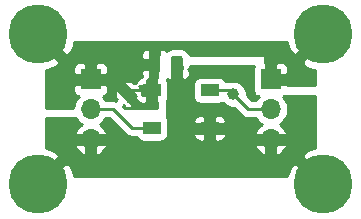
<source format=gbr>
G04 #@! TF.GenerationSoftware,KiCad,Pcbnew,(5.1.7-0-10_14)*
G04 #@! TF.CreationDate,2020-10-07T21:58:26-07:00*
G04 #@! TF.ProjectId,RGB5050_mount,52474235-3035-4305-9f6d-6f756e742e6b,1*
G04 #@! TF.SameCoordinates,Original*
G04 #@! TF.FileFunction,Copper,L1,Top*
G04 #@! TF.FilePolarity,Positive*
%FSLAX46Y46*%
G04 Gerber Fmt 4.6, Leading zero omitted, Abs format (unit mm)*
G04 Created by KiCad (PCBNEW (5.1.7-0-10_14)) date 2020-10-07 21:58:26*
%MOMM*%
%LPD*%
G01*
G04 APERTURE LIST*
G04 #@! TA.AperFunction,SMDPad,CuDef*
%ADD10R,1.500000X1.000000*%
G04 #@! TD*
G04 #@! TA.AperFunction,ComponentPad*
%ADD11C,5.000000*%
G04 #@! TD*
G04 #@! TA.AperFunction,ComponentPad*
%ADD12C,1.000000*%
G04 #@! TD*
G04 #@! TA.AperFunction,ComponentPad*
%ADD13R,1.700000X1.700000*%
G04 #@! TD*
G04 #@! TA.AperFunction,ComponentPad*
%ADD14O,1.700000X1.700000*%
G04 #@! TD*
G04 #@! TA.AperFunction,Conductor*
%ADD15C,0.250000*%
G04 #@! TD*
G04 #@! TA.AperFunction,Conductor*
%ADD16C,0.254000*%
G04 #@! TD*
G04 #@! TA.AperFunction,Conductor*
%ADD17C,0.100000*%
G04 #@! TD*
G04 APERTURE END LIST*
D10*
X147410000Y-80315000D03*
X147410000Y-83515000D03*
X152310000Y-80315000D03*
X152310000Y-83515000D03*
G04 #@! TA.AperFunction,SMDPad,CuDef*
G36*
G01*
X147140000Y-78580000D02*
X147140000Y-77630000D01*
G75*
G02*
X147390000Y-77380000I250000J0D01*
G01*
X147890000Y-77380000D01*
G75*
G02*
X148140000Y-77630000I0J-250000D01*
G01*
X148140000Y-78580000D01*
G75*
G02*
X147890000Y-78830000I-250000J0D01*
G01*
X147390000Y-78830000D01*
G75*
G02*
X147140000Y-78580000I0J250000D01*
G01*
G37*
G04 #@! TD.AperFunction*
G04 #@! TA.AperFunction,SMDPad,CuDef*
G36*
G01*
X149040000Y-78580000D02*
X149040000Y-77630000D01*
G75*
G02*
X149290000Y-77380000I250000J0D01*
G01*
X149790000Y-77380000D01*
G75*
G02*
X150040000Y-77630000I0J-250000D01*
G01*
X150040000Y-78580000D01*
G75*
G02*
X149790000Y-78830000I-250000J0D01*
G01*
X149290000Y-78830000D01*
G75*
G02*
X149040000Y-78580000I0J250000D01*
G01*
G37*
G04 #@! TD.AperFunction*
D11*
X137795000Y-88265000D03*
X137795000Y-75565000D03*
X161925000Y-75565000D03*
X161925000Y-88265000D03*
D12*
X145415000Y-80645000D03*
X154305000Y-80645000D03*
D13*
X157480000Y-79375000D03*
D14*
X157480000Y-81915000D03*
X157480000Y-84455000D03*
X142240000Y-84455000D03*
X142240000Y-81915000D03*
D13*
X142240000Y-79375000D03*
D15*
X145745000Y-80315000D02*
X145415000Y-80645000D01*
X147410000Y-80315000D02*
X145745000Y-80315000D01*
X147640000Y-80085000D02*
X147410000Y-80315000D01*
X147640000Y-78105000D02*
X147640000Y-80085000D01*
X153975000Y-80315000D02*
X154305000Y-80645000D01*
X152310000Y-80315000D02*
X153975000Y-80315000D01*
X154305000Y-80645000D02*
X155575000Y-81915000D01*
X155575000Y-81915000D02*
X157480000Y-81915000D01*
X147410000Y-83515000D02*
X145745000Y-83515000D01*
X144145000Y-81915000D02*
X142240000Y-81915000D01*
X145745000Y-83515000D02*
X144145000Y-81915000D01*
D16*
X149941000Y-78486000D02*
X149913000Y-78486000D01*
X149913000Y-79306250D01*
X150071750Y-79465000D01*
X150173996Y-79453844D01*
X150293127Y-79415715D01*
X150402531Y-79355078D01*
X150498003Y-79274263D01*
X150575874Y-79176375D01*
X150633151Y-79065175D01*
X150667634Y-78944939D01*
X150677998Y-78820285D01*
X150675000Y-78644750D01*
X150516252Y-78486002D01*
X150675000Y-78486002D01*
X150675000Y-78232000D01*
X156066593Y-78232000D01*
X156040498Y-78280820D01*
X156004188Y-78400518D01*
X155991928Y-78525000D01*
X155991928Y-80225000D01*
X156004188Y-80349482D01*
X156040498Y-80469180D01*
X156083000Y-80548694D01*
X156083000Y-80645000D01*
X156085440Y-80669776D01*
X156092667Y-80693601D01*
X156104403Y-80715557D01*
X156120197Y-80734803D01*
X156139443Y-80750597D01*
X156161399Y-80762333D01*
X156185224Y-80769560D01*
X156210000Y-80772000D01*
X156306306Y-80772000D01*
X156385820Y-80814502D01*
X156458380Y-80836513D01*
X156326525Y-80968368D01*
X156201822Y-81155000D01*
X155889802Y-81155000D01*
X155440000Y-80705199D01*
X155440000Y-80533212D01*
X155396383Y-80313933D01*
X155310824Y-80107376D01*
X155186612Y-79921480D01*
X155028520Y-79763388D01*
X154842624Y-79639176D01*
X154636067Y-79553617D01*
X154416788Y-79510000D01*
X154193212Y-79510000D01*
X153981996Y-79552013D01*
X153975000Y-79551324D01*
X153937678Y-79555000D01*
X153641046Y-79555000D01*
X153590537Y-79460506D01*
X153511185Y-79363815D01*
X153414494Y-79284463D01*
X153304180Y-79225498D01*
X153184482Y-79189188D01*
X153060000Y-79176928D01*
X151560000Y-79176928D01*
X151435518Y-79189188D01*
X151315820Y-79225498D01*
X151205506Y-79284463D01*
X151108815Y-79363815D01*
X151029463Y-79460506D01*
X150970498Y-79570820D01*
X150934188Y-79690518D01*
X150921928Y-79815000D01*
X150921928Y-80815000D01*
X150934188Y-80939482D01*
X150970498Y-81059180D01*
X151029463Y-81169494D01*
X151108815Y-81266185D01*
X151205506Y-81345537D01*
X151315820Y-81404502D01*
X151435518Y-81440812D01*
X151560000Y-81453072D01*
X153060000Y-81453072D01*
X153184482Y-81440812D01*
X153304180Y-81404502D01*
X153409732Y-81348082D01*
X153423388Y-81368520D01*
X153581480Y-81526612D01*
X153767376Y-81650824D01*
X153973933Y-81736383D01*
X154193212Y-81780000D01*
X154365199Y-81780000D01*
X155011200Y-82426002D01*
X155034999Y-82455001D01*
X155150724Y-82549974D01*
X155282753Y-82620546D01*
X155426014Y-82664003D01*
X155537667Y-82675000D01*
X155537676Y-82675000D01*
X155574999Y-82678676D01*
X155612322Y-82675000D01*
X156201822Y-82675000D01*
X156326525Y-82861632D01*
X156533368Y-83068475D01*
X156714978Y-83189823D01*
X156625765Y-83240279D01*
X156405199Y-83430273D01*
X156225937Y-83659646D01*
X156121980Y-83854162D01*
X156209654Y-84074000D01*
X157099000Y-84074000D01*
X157099000Y-84054000D01*
X157861000Y-84054000D01*
X157861000Y-84074000D01*
X158750346Y-84074000D01*
X158838020Y-83854162D01*
X158734063Y-83659646D01*
X158554801Y-83430273D01*
X158334235Y-83240279D01*
X158245022Y-83189823D01*
X158426632Y-83068475D01*
X158633475Y-82861632D01*
X158795990Y-82618411D01*
X158907932Y-82348158D01*
X158965000Y-82061260D01*
X158965000Y-81768740D01*
X158907932Y-81481842D01*
X158795990Y-81211589D01*
X158633475Y-80968368D01*
X158501620Y-80836513D01*
X158574180Y-80814502D01*
X158653694Y-80772000D01*
X161265000Y-80772000D01*
X161265001Y-85198633D01*
X161059513Y-85236057D01*
X160485225Y-85463106D01*
X160395206Y-85511222D01*
X160096382Y-85897566D01*
X161265001Y-87066186D01*
X161265001Y-87605000D01*
X160726185Y-87605000D01*
X159557566Y-86436382D01*
X159171222Y-86735206D01*
X158925687Y-87301835D01*
X158860261Y-87605000D01*
X140861367Y-87605000D01*
X140823943Y-87399513D01*
X140596894Y-86825225D01*
X140548778Y-86735206D01*
X140162434Y-86436382D01*
X138993815Y-87605000D01*
X138455000Y-87605000D01*
X138455000Y-87066185D01*
X139623618Y-85897566D01*
X139324794Y-85511222D01*
X138758165Y-85265687D01*
X138455000Y-85200261D01*
X138455000Y-85055838D01*
X140881980Y-85055838D01*
X140985937Y-85250354D01*
X141165199Y-85479727D01*
X141385765Y-85669721D01*
X141639159Y-85813034D01*
X141859000Y-85731557D01*
X141859000Y-84836000D01*
X142621000Y-84836000D01*
X142621000Y-85731557D01*
X142840841Y-85813034D01*
X143094235Y-85669721D01*
X143314801Y-85479727D01*
X143494063Y-85250354D01*
X143598020Y-85055838D01*
X156121980Y-85055838D01*
X156225937Y-85250354D01*
X156405199Y-85479727D01*
X156625765Y-85669721D01*
X156879159Y-85813034D01*
X157099000Y-85731557D01*
X157099000Y-84836000D01*
X157861000Y-84836000D01*
X157861000Y-85731557D01*
X158080841Y-85813034D01*
X158334235Y-85669721D01*
X158554801Y-85479727D01*
X158734063Y-85250354D01*
X158838020Y-85055838D01*
X158750346Y-84836000D01*
X157861000Y-84836000D01*
X157099000Y-84836000D01*
X156209654Y-84836000D01*
X156121980Y-85055838D01*
X143598020Y-85055838D01*
X143510346Y-84836000D01*
X142621000Y-84836000D01*
X141859000Y-84836000D01*
X140969654Y-84836000D01*
X140881980Y-85055838D01*
X138455000Y-85055838D01*
X138455000Y-82677000D01*
X140963158Y-82677000D01*
X141086525Y-82861632D01*
X141293368Y-83068475D01*
X141474978Y-83189823D01*
X141385765Y-83240279D01*
X141165199Y-83430273D01*
X140985937Y-83659646D01*
X140881980Y-83854162D01*
X140969654Y-84074000D01*
X141859000Y-84074000D01*
X141859000Y-84054000D01*
X142621000Y-84054000D01*
X142621000Y-84074000D01*
X143510346Y-84074000D01*
X143598020Y-83854162D01*
X143494063Y-83659646D01*
X143314801Y-83430273D01*
X143094235Y-83240279D01*
X143005022Y-83189823D01*
X143186632Y-83068475D01*
X143393475Y-82861632D01*
X143516842Y-82677000D01*
X143832199Y-82677000D01*
X145181201Y-84026003D01*
X145204999Y-84055001D01*
X145320724Y-84149974D01*
X145452753Y-84220546D01*
X145596014Y-84264003D01*
X145707667Y-84275000D01*
X145707675Y-84275000D01*
X145745000Y-84278676D01*
X145782325Y-84275000D01*
X146078954Y-84275000D01*
X146129463Y-84369494D01*
X146208815Y-84466185D01*
X146305506Y-84545537D01*
X146415820Y-84604502D01*
X146535518Y-84640812D01*
X146660000Y-84653072D01*
X148160000Y-84653072D01*
X148284482Y-84640812D01*
X148404180Y-84604502D01*
X148514494Y-84545537D01*
X148611185Y-84466185D01*
X148690537Y-84369494D01*
X148749502Y-84259180D01*
X148785812Y-84139482D01*
X148794945Y-84046750D01*
X150925000Y-84046750D01*
X150936109Y-84148773D01*
X150974194Y-84267918D01*
X151034792Y-84377343D01*
X151115574Y-84472844D01*
X151213434Y-84550750D01*
X151324613Y-84608067D01*
X151444838Y-84642593D01*
X151569488Y-84653001D01*
X151770250Y-84650000D01*
X151929000Y-84491250D01*
X151929000Y-83888000D01*
X152691000Y-83888000D01*
X152691000Y-84491250D01*
X152849750Y-84650000D01*
X153050512Y-84653001D01*
X153175162Y-84642593D01*
X153295387Y-84608067D01*
X153406566Y-84550750D01*
X153504426Y-84472844D01*
X153585208Y-84377343D01*
X153645806Y-84267918D01*
X153683891Y-84148773D01*
X153695000Y-84046750D01*
X153536250Y-83888000D01*
X152691000Y-83888000D01*
X151929000Y-83888000D01*
X151083750Y-83888000D01*
X150925000Y-84046750D01*
X148794945Y-84046750D01*
X148798072Y-84015000D01*
X148798072Y-83015000D01*
X148794946Y-82983250D01*
X150925000Y-82983250D01*
X151083750Y-83142000D01*
X151929000Y-83142000D01*
X151929000Y-82538750D01*
X152691000Y-82538750D01*
X152691000Y-83142000D01*
X153536250Y-83142000D01*
X153695000Y-82983250D01*
X153683891Y-82881227D01*
X153645806Y-82762082D01*
X153585208Y-82652657D01*
X153504426Y-82557156D01*
X153406566Y-82479250D01*
X153295387Y-82421933D01*
X153175162Y-82387407D01*
X153050512Y-82376999D01*
X152849750Y-82380000D01*
X152691000Y-82538750D01*
X151929000Y-82538750D01*
X151770250Y-82380000D01*
X151569488Y-82376999D01*
X151444838Y-82387407D01*
X151324613Y-82421933D01*
X151213434Y-82479250D01*
X151115574Y-82557156D01*
X151034792Y-82652657D01*
X150974194Y-82762082D01*
X150936109Y-82881227D01*
X150925000Y-82983250D01*
X148794946Y-82983250D01*
X148785812Y-82890518D01*
X148749502Y-82770820D01*
X148690537Y-82660506D01*
X148676064Y-82642871D01*
X148679803Y-82639803D01*
X148695597Y-82620557D01*
X148707333Y-82598601D01*
X148714560Y-82574776D01*
X148717000Y-82550000D01*
X148717000Y-81119986D01*
X148749502Y-81059180D01*
X148785812Y-80939482D01*
X148798072Y-80815000D01*
X148798072Y-79815000D01*
X148785812Y-79690518D01*
X148749502Y-79570820D01*
X148717000Y-79510014D01*
X148717000Y-79376988D01*
X148786873Y-79415715D01*
X148906004Y-79453844D01*
X149008250Y-79465000D01*
X149167000Y-79306250D01*
X149167000Y-78486000D01*
X149139000Y-78486000D01*
X149139000Y-78232000D01*
X149941000Y-78232000D01*
X149941000Y-78486000D01*
G04 #@! TA.AperFunction,Conductor*
D17*
G36*
X149941000Y-78486000D02*
G01*
X149913000Y-78486000D01*
X149913000Y-79306250D01*
X150071750Y-79465000D01*
X150173996Y-79453844D01*
X150293127Y-79415715D01*
X150402531Y-79355078D01*
X150498003Y-79274263D01*
X150575874Y-79176375D01*
X150633151Y-79065175D01*
X150667634Y-78944939D01*
X150677998Y-78820285D01*
X150675000Y-78644750D01*
X150516252Y-78486002D01*
X150675000Y-78486002D01*
X150675000Y-78232000D01*
X156066593Y-78232000D01*
X156040498Y-78280820D01*
X156004188Y-78400518D01*
X155991928Y-78525000D01*
X155991928Y-80225000D01*
X156004188Y-80349482D01*
X156040498Y-80469180D01*
X156083000Y-80548694D01*
X156083000Y-80645000D01*
X156085440Y-80669776D01*
X156092667Y-80693601D01*
X156104403Y-80715557D01*
X156120197Y-80734803D01*
X156139443Y-80750597D01*
X156161399Y-80762333D01*
X156185224Y-80769560D01*
X156210000Y-80772000D01*
X156306306Y-80772000D01*
X156385820Y-80814502D01*
X156458380Y-80836513D01*
X156326525Y-80968368D01*
X156201822Y-81155000D01*
X155889802Y-81155000D01*
X155440000Y-80705199D01*
X155440000Y-80533212D01*
X155396383Y-80313933D01*
X155310824Y-80107376D01*
X155186612Y-79921480D01*
X155028520Y-79763388D01*
X154842624Y-79639176D01*
X154636067Y-79553617D01*
X154416788Y-79510000D01*
X154193212Y-79510000D01*
X153981996Y-79552013D01*
X153975000Y-79551324D01*
X153937678Y-79555000D01*
X153641046Y-79555000D01*
X153590537Y-79460506D01*
X153511185Y-79363815D01*
X153414494Y-79284463D01*
X153304180Y-79225498D01*
X153184482Y-79189188D01*
X153060000Y-79176928D01*
X151560000Y-79176928D01*
X151435518Y-79189188D01*
X151315820Y-79225498D01*
X151205506Y-79284463D01*
X151108815Y-79363815D01*
X151029463Y-79460506D01*
X150970498Y-79570820D01*
X150934188Y-79690518D01*
X150921928Y-79815000D01*
X150921928Y-80815000D01*
X150934188Y-80939482D01*
X150970498Y-81059180D01*
X151029463Y-81169494D01*
X151108815Y-81266185D01*
X151205506Y-81345537D01*
X151315820Y-81404502D01*
X151435518Y-81440812D01*
X151560000Y-81453072D01*
X153060000Y-81453072D01*
X153184482Y-81440812D01*
X153304180Y-81404502D01*
X153409732Y-81348082D01*
X153423388Y-81368520D01*
X153581480Y-81526612D01*
X153767376Y-81650824D01*
X153973933Y-81736383D01*
X154193212Y-81780000D01*
X154365199Y-81780000D01*
X155011200Y-82426002D01*
X155034999Y-82455001D01*
X155150724Y-82549974D01*
X155282753Y-82620546D01*
X155426014Y-82664003D01*
X155537667Y-82675000D01*
X155537676Y-82675000D01*
X155574999Y-82678676D01*
X155612322Y-82675000D01*
X156201822Y-82675000D01*
X156326525Y-82861632D01*
X156533368Y-83068475D01*
X156714978Y-83189823D01*
X156625765Y-83240279D01*
X156405199Y-83430273D01*
X156225937Y-83659646D01*
X156121980Y-83854162D01*
X156209654Y-84074000D01*
X157099000Y-84074000D01*
X157099000Y-84054000D01*
X157861000Y-84054000D01*
X157861000Y-84074000D01*
X158750346Y-84074000D01*
X158838020Y-83854162D01*
X158734063Y-83659646D01*
X158554801Y-83430273D01*
X158334235Y-83240279D01*
X158245022Y-83189823D01*
X158426632Y-83068475D01*
X158633475Y-82861632D01*
X158795990Y-82618411D01*
X158907932Y-82348158D01*
X158965000Y-82061260D01*
X158965000Y-81768740D01*
X158907932Y-81481842D01*
X158795990Y-81211589D01*
X158633475Y-80968368D01*
X158501620Y-80836513D01*
X158574180Y-80814502D01*
X158653694Y-80772000D01*
X161265000Y-80772000D01*
X161265001Y-85198633D01*
X161059513Y-85236057D01*
X160485225Y-85463106D01*
X160395206Y-85511222D01*
X160096382Y-85897566D01*
X161265001Y-87066186D01*
X161265001Y-87605000D01*
X160726185Y-87605000D01*
X159557566Y-86436382D01*
X159171222Y-86735206D01*
X158925687Y-87301835D01*
X158860261Y-87605000D01*
X140861367Y-87605000D01*
X140823943Y-87399513D01*
X140596894Y-86825225D01*
X140548778Y-86735206D01*
X140162434Y-86436382D01*
X138993815Y-87605000D01*
X138455000Y-87605000D01*
X138455000Y-87066185D01*
X139623618Y-85897566D01*
X139324794Y-85511222D01*
X138758165Y-85265687D01*
X138455000Y-85200261D01*
X138455000Y-85055838D01*
X140881980Y-85055838D01*
X140985937Y-85250354D01*
X141165199Y-85479727D01*
X141385765Y-85669721D01*
X141639159Y-85813034D01*
X141859000Y-85731557D01*
X141859000Y-84836000D01*
X142621000Y-84836000D01*
X142621000Y-85731557D01*
X142840841Y-85813034D01*
X143094235Y-85669721D01*
X143314801Y-85479727D01*
X143494063Y-85250354D01*
X143598020Y-85055838D01*
X156121980Y-85055838D01*
X156225937Y-85250354D01*
X156405199Y-85479727D01*
X156625765Y-85669721D01*
X156879159Y-85813034D01*
X157099000Y-85731557D01*
X157099000Y-84836000D01*
X157861000Y-84836000D01*
X157861000Y-85731557D01*
X158080841Y-85813034D01*
X158334235Y-85669721D01*
X158554801Y-85479727D01*
X158734063Y-85250354D01*
X158838020Y-85055838D01*
X158750346Y-84836000D01*
X157861000Y-84836000D01*
X157099000Y-84836000D01*
X156209654Y-84836000D01*
X156121980Y-85055838D01*
X143598020Y-85055838D01*
X143510346Y-84836000D01*
X142621000Y-84836000D01*
X141859000Y-84836000D01*
X140969654Y-84836000D01*
X140881980Y-85055838D01*
X138455000Y-85055838D01*
X138455000Y-82677000D01*
X140963158Y-82677000D01*
X141086525Y-82861632D01*
X141293368Y-83068475D01*
X141474978Y-83189823D01*
X141385765Y-83240279D01*
X141165199Y-83430273D01*
X140985937Y-83659646D01*
X140881980Y-83854162D01*
X140969654Y-84074000D01*
X141859000Y-84074000D01*
X141859000Y-84054000D01*
X142621000Y-84054000D01*
X142621000Y-84074000D01*
X143510346Y-84074000D01*
X143598020Y-83854162D01*
X143494063Y-83659646D01*
X143314801Y-83430273D01*
X143094235Y-83240279D01*
X143005022Y-83189823D01*
X143186632Y-83068475D01*
X143393475Y-82861632D01*
X143516842Y-82677000D01*
X143832199Y-82677000D01*
X145181201Y-84026003D01*
X145204999Y-84055001D01*
X145320724Y-84149974D01*
X145452753Y-84220546D01*
X145596014Y-84264003D01*
X145707667Y-84275000D01*
X145707675Y-84275000D01*
X145745000Y-84278676D01*
X145782325Y-84275000D01*
X146078954Y-84275000D01*
X146129463Y-84369494D01*
X146208815Y-84466185D01*
X146305506Y-84545537D01*
X146415820Y-84604502D01*
X146535518Y-84640812D01*
X146660000Y-84653072D01*
X148160000Y-84653072D01*
X148284482Y-84640812D01*
X148404180Y-84604502D01*
X148514494Y-84545537D01*
X148611185Y-84466185D01*
X148690537Y-84369494D01*
X148749502Y-84259180D01*
X148785812Y-84139482D01*
X148794945Y-84046750D01*
X150925000Y-84046750D01*
X150936109Y-84148773D01*
X150974194Y-84267918D01*
X151034792Y-84377343D01*
X151115574Y-84472844D01*
X151213434Y-84550750D01*
X151324613Y-84608067D01*
X151444838Y-84642593D01*
X151569488Y-84653001D01*
X151770250Y-84650000D01*
X151929000Y-84491250D01*
X151929000Y-83888000D01*
X152691000Y-83888000D01*
X152691000Y-84491250D01*
X152849750Y-84650000D01*
X153050512Y-84653001D01*
X153175162Y-84642593D01*
X153295387Y-84608067D01*
X153406566Y-84550750D01*
X153504426Y-84472844D01*
X153585208Y-84377343D01*
X153645806Y-84267918D01*
X153683891Y-84148773D01*
X153695000Y-84046750D01*
X153536250Y-83888000D01*
X152691000Y-83888000D01*
X151929000Y-83888000D01*
X151083750Y-83888000D01*
X150925000Y-84046750D01*
X148794945Y-84046750D01*
X148798072Y-84015000D01*
X148798072Y-83015000D01*
X148794946Y-82983250D01*
X150925000Y-82983250D01*
X151083750Y-83142000D01*
X151929000Y-83142000D01*
X151929000Y-82538750D01*
X152691000Y-82538750D01*
X152691000Y-83142000D01*
X153536250Y-83142000D01*
X153695000Y-82983250D01*
X153683891Y-82881227D01*
X153645806Y-82762082D01*
X153585208Y-82652657D01*
X153504426Y-82557156D01*
X153406566Y-82479250D01*
X153295387Y-82421933D01*
X153175162Y-82387407D01*
X153050512Y-82376999D01*
X152849750Y-82380000D01*
X152691000Y-82538750D01*
X151929000Y-82538750D01*
X151770250Y-82380000D01*
X151569488Y-82376999D01*
X151444838Y-82387407D01*
X151324613Y-82421933D01*
X151213434Y-82479250D01*
X151115574Y-82557156D01*
X151034792Y-82652657D01*
X150974194Y-82762082D01*
X150936109Y-82881227D01*
X150925000Y-82983250D01*
X148794946Y-82983250D01*
X148785812Y-82890518D01*
X148749502Y-82770820D01*
X148690537Y-82660506D01*
X148676064Y-82642871D01*
X148679803Y-82639803D01*
X148695597Y-82620557D01*
X148707333Y-82598601D01*
X148714560Y-82574776D01*
X148717000Y-82550000D01*
X148717000Y-81119986D01*
X148749502Y-81059180D01*
X148785812Y-80939482D01*
X148798072Y-80815000D01*
X148798072Y-79815000D01*
X148785812Y-79690518D01*
X148749502Y-79570820D01*
X148717000Y-79510014D01*
X148717000Y-79376988D01*
X148786873Y-79415715D01*
X148906004Y-79453844D01*
X149008250Y-79465000D01*
X149167000Y-79306250D01*
X149167000Y-78486000D01*
X149139000Y-78486000D01*
X149139000Y-78232000D01*
X149941000Y-78232000D01*
X149941000Y-78486000D01*
G37*
G04 #@! TD.AperFunction*
D16*
X140162434Y-77393618D02*
X140167480Y-77389715D01*
X146502002Y-77389715D01*
X146505000Y-77565250D01*
X146663750Y-77724000D01*
X147267000Y-77724000D01*
X147267000Y-76903750D01*
X147108250Y-76745000D01*
X147006004Y-76756156D01*
X146886873Y-76794285D01*
X146777469Y-76854922D01*
X146681997Y-76935737D01*
X146604126Y-77033625D01*
X146546849Y-77144825D01*
X146512366Y-77265061D01*
X146502002Y-77389715D01*
X140167480Y-77389715D01*
X140548778Y-77094794D01*
X140794313Y-76528165D01*
X140859739Y-76225000D01*
X158858633Y-76225000D01*
X158896057Y-76430487D01*
X159123106Y-77004775D01*
X159171222Y-77094794D01*
X159557566Y-77393618D01*
X160726185Y-76225000D01*
X161265000Y-76225000D01*
X161265000Y-76763815D01*
X160096382Y-77932434D01*
X160395206Y-78318778D01*
X160961835Y-78564313D01*
X161265000Y-78629739D01*
X161265000Y-79883000D01*
X158933250Y-79883000D01*
X158806250Y-79756000D01*
X157861000Y-79756000D01*
X157861000Y-79776000D01*
X157099000Y-79776000D01*
X157099000Y-79756000D01*
X157079000Y-79756000D01*
X157079000Y-78994000D01*
X157099000Y-78994000D01*
X157099000Y-78048750D01*
X157861000Y-78048750D01*
X157861000Y-78994000D01*
X158806250Y-78994000D01*
X158965000Y-78835250D01*
X158968072Y-78525000D01*
X158955812Y-78400518D01*
X158919502Y-78280820D01*
X158860537Y-78170506D01*
X158781185Y-78073815D01*
X158684494Y-77994463D01*
X158574180Y-77935498D01*
X158454482Y-77899188D01*
X158330000Y-77886928D01*
X158019750Y-77890000D01*
X157861000Y-78048750D01*
X157099000Y-78048750D01*
X156972000Y-77921750D01*
X156972000Y-77470000D01*
X156969560Y-77445224D01*
X156962333Y-77421399D01*
X156950597Y-77399443D01*
X156934803Y-77380197D01*
X156915557Y-77364403D01*
X156893601Y-77352667D01*
X156869776Y-77345440D01*
X156845000Y-77343000D01*
X150626504Y-77343000D01*
X150610472Y-77290150D01*
X150528405Y-77136614D01*
X150417962Y-77002038D01*
X150283386Y-76891595D01*
X150129850Y-76809528D01*
X149963254Y-76758992D01*
X149790000Y-76741928D01*
X149290000Y-76741928D01*
X149116746Y-76758992D01*
X148950150Y-76809528D01*
X148796614Y-76891595D01*
X148662038Y-77002038D01*
X148656304Y-77009025D01*
X148598003Y-76935737D01*
X148502531Y-76854922D01*
X148393127Y-76794285D01*
X148273996Y-76756156D01*
X148171750Y-76745000D01*
X148013000Y-76903750D01*
X148013000Y-77343000D01*
X147955000Y-77343000D01*
X147930224Y-77345440D01*
X147906399Y-77352667D01*
X147884443Y-77364403D01*
X147865197Y-77380197D01*
X147849403Y-77399443D01*
X147837667Y-77421399D01*
X147830440Y-77445224D01*
X147828000Y-77470000D01*
X147828000Y-79301750D01*
X147791000Y-79338750D01*
X147791000Y-79942000D01*
X147811000Y-79942000D01*
X147811000Y-80688000D01*
X147791000Y-80688000D01*
X147791000Y-81291250D01*
X147828000Y-81328250D01*
X147828000Y-81788000D01*
X145092801Y-81788000D01*
X144951810Y-81647009D01*
X145038886Y-81559932D01*
X145083264Y-81736180D01*
X145302517Y-81779931D01*
X145526093Y-81780068D01*
X145745399Y-81736585D01*
X145746736Y-81736180D01*
X145793390Y-81550891D01*
X145415000Y-81172502D01*
X145395201Y-81192301D01*
X144867699Y-80664799D01*
X144887498Y-80645000D01*
X144509109Y-80266610D01*
X144323820Y-80313264D01*
X144280069Y-80532517D01*
X144279932Y-80756093D01*
X144323415Y-80975399D01*
X144323820Y-80976736D01*
X144500068Y-81021114D01*
X144340941Y-81180241D01*
X144293986Y-81165997D01*
X144182333Y-81155000D01*
X144182322Y-81155000D01*
X144145000Y-81151324D01*
X144107678Y-81155000D01*
X143518178Y-81155000D01*
X143393475Y-80968368D01*
X143261620Y-80836513D01*
X143334180Y-80814502D01*
X143444494Y-80755537D01*
X143541185Y-80676185D01*
X143620537Y-80579494D01*
X143679502Y-80469180D01*
X143715812Y-80349482D01*
X143728072Y-80225000D01*
X143725000Y-79914750D01*
X143566250Y-79756000D01*
X142621000Y-79756000D01*
X142621000Y-79776000D01*
X141859000Y-79776000D01*
X141859000Y-79756000D01*
X140913750Y-79756000D01*
X140755000Y-79914750D01*
X140751928Y-80225000D01*
X140764188Y-80349482D01*
X140800498Y-80469180D01*
X140859463Y-80579494D01*
X140938815Y-80676185D01*
X141035506Y-80755537D01*
X141145820Y-80814502D01*
X141218380Y-80836513D01*
X141086525Y-80968368D01*
X140924010Y-81211589D01*
X140812068Y-81481842D01*
X140755000Y-81768740D01*
X140755000Y-81788000D01*
X138455000Y-81788000D01*
X138455000Y-79739109D01*
X145036610Y-79739109D01*
X145415000Y-80117498D01*
X145434799Y-80097699D01*
X145962301Y-80625201D01*
X145942502Y-80645000D01*
X146084626Y-80787124D01*
X146025000Y-80846750D01*
X146036109Y-80948773D01*
X146074194Y-81067918D01*
X146134792Y-81177343D01*
X146215574Y-81272844D01*
X146313434Y-81350750D01*
X146424613Y-81408067D01*
X146544838Y-81442593D01*
X146669488Y-81453001D01*
X146870250Y-81450000D01*
X147029000Y-81291250D01*
X147029000Y-80688000D01*
X146549974Y-80688000D01*
X146550068Y-80533907D01*
X146506585Y-80314601D01*
X146506180Y-80313264D01*
X146329932Y-80268886D01*
X146490424Y-80108394D01*
X146324030Y-79942000D01*
X147029000Y-79942000D01*
X147029000Y-79456353D01*
X147108250Y-79465000D01*
X147267000Y-79306250D01*
X147267000Y-78486000D01*
X146663750Y-78486000D01*
X146505000Y-78644750D01*
X146502002Y-78820285D01*
X146512366Y-78944939D01*
X146546849Y-79065175D01*
X146604126Y-79176375D01*
X146608663Y-79182078D01*
X146544838Y-79187407D01*
X146424613Y-79221933D01*
X146313434Y-79279250D01*
X146215574Y-79357156D01*
X146134792Y-79452657D01*
X146074194Y-79562082D01*
X146042685Y-79660655D01*
X145951606Y-79569576D01*
X145791114Y-79730068D01*
X145746736Y-79553820D01*
X145527483Y-79510069D01*
X145303907Y-79509932D01*
X145084601Y-79553415D01*
X145083264Y-79553820D01*
X145036610Y-79739109D01*
X138455000Y-79739109D01*
X138455000Y-78631367D01*
X138660487Y-78593943D01*
X138834868Y-78525000D01*
X140751928Y-78525000D01*
X140755000Y-78835250D01*
X140913750Y-78994000D01*
X141859000Y-78994000D01*
X141859000Y-78048750D01*
X142621000Y-78048750D01*
X142621000Y-78994000D01*
X143566250Y-78994000D01*
X143725000Y-78835250D01*
X143728072Y-78525000D01*
X143715812Y-78400518D01*
X143679502Y-78280820D01*
X143620537Y-78170506D01*
X143541185Y-78073815D01*
X143444494Y-77994463D01*
X143334180Y-77935498D01*
X143214482Y-77899188D01*
X143090000Y-77886928D01*
X142779750Y-77890000D01*
X142621000Y-78048750D01*
X141859000Y-78048750D01*
X141700250Y-77890000D01*
X141390000Y-77886928D01*
X141265518Y-77899188D01*
X141145820Y-77935498D01*
X141035506Y-77994463D01*
X140938815Y-78073815D01*
X140859463Y-78170506D01*
X140800498Y-78280820D01*
X140764188Y-78400518D01*
X140751928Y-78525000D01*
X138834868Y-78525000D01*
X139234775Y-78366894D01*
X139324794Y-78318778D01*
X139623618Y-77932434D01*
X138455000Y-76763815D01*
X138455000Y-76225000D01*
X138993815Y-76225000D01*
X140162434Y-77393618D01*
G04 #@! TA.AperFunction,Conductor*
D17*
G36*
X140162434Y-77393618D02*
G01*
X140167480Y-77389715D01*
X146502002Y-77389715D01*
X146505000Y-77565250D01*
X146663750Y-77724000D01*
X147267000Y-77724000D01*
X147267000Y-76903750D01*
X147108250Y-76745000D01*
X147006004Y-76756156D01*
X146886873Y-76794285D01*
X146777469Y-76854922D01*
X146681997Y-76935737D01*
X146604126Y-77033625D01*
X146546849Y-77144825D01*
X146512366Y-77265061D01*
X146502002Y-77389715D01*
X140167480Y-77389715D01*
X140548778Y-77094794D01*
X140794313Y-76528165D01*
X140859739Y-76225000D01*
X158858633Y-76225000D01*
X158896057Y-76430487D01*
X159123106Y-77004775D01*
X159171222Y-77094794D01*
X159557566Y-77393618D01*
X160726185Y-76225000D01*
X161265000Y-76225000D01*
X161265000Y-76763815D01*
X160096382Y-77932434D01*
X160395206Y-78318778D01*
X160961835Y-78564313D01*
X161265000Y-78629739D01*
X161265000Y-79883000D01*
X158933250Y-79883000D01*
X158806250Y-79756000D01*
X157861000Y-79756000D01*
X157861000Y-79776000D01*
X157099000Y-79776000D01*
X157099000Y-79756000D01*
X157079000Y-79756000D01*
X157079000Y-78994000D01*
X157099000Y-78994000D01*
X157099000Y-78048750D01*
X157861000Y-78048750D01*
X157861000Y-78994000D01*
X158806250Y-78994000D01*
X158965000Y-78835250D01*
X158968072Y-78525000D01*
X158955812Y-78400518D01*
X158919502Y-78280820D01*
X158860537Y-78170506D01*
X158781185Y-78073815D01*
X158684494Y-77994463D01*
X158574180Y-77935498D01*
X158454482Y-77899188D01*
X158330000Y-77886928D01*
X158019750Y-77890000D01*
X157861000Y-78048750D01*
X157099000Y-78048750D01*
X156972000Y-77921750D01*
X156972000Y-77470000D01*
X156969560Y-77445224D01*
X156962333Y-77421399D01*
X156950597Y-77399443D01*
X156934803Y-77380197D01*
X156915557Y-77364403D01*
X156893601Y-77352667D01*
X156869776Y-77345440D01*
X156845000Y-77343000D01*
X150626504Y-77343000D01*
X150610472Y-77290150D01*
X150528405Y-77136614D01*
X150417962Y-77002038D01*
X150283386Y-76891595D01*
X150129850Y-76809528D01*
X149963254Y-76758992D01*
X149790000Y-76741928D01*
X149290000Y-76741928D01*
X149116746Y-76758992D01*
X148950150Y-76809528D01*
X148796614Y-76891595D01*
X148662038Y-77002038D01*
X148656304Y-77009025D01*
X148598003Y-76935737D01*
X148502531Y-76854922D01*
X148393127Y-76794285D01*
X148273996Y-76756156D01*
X148171750Y-76745000D01*
X148013000Y-76903750D01*
X148013000Y-77343000D01*
X147955000Y-77343000D01*
X147930224Y-77345440D01*
X147906399Y-77352667D01*
X147884443Y-77364403D01*
X147865197Y-77380197D01*
X147849403Y-77399443D01*
X147837667Y-77421399D01*
X147830440Y-77445224D01*
X147828000Y-77470000D01*
X147828000Y-79301750D01*
X147791000Y-79338750D01*
X147791000Y-79942000D01*
X147811000Y-79942000D01*
X147811000Y-80688000D01*
X147791000Y-80688000D01*
X147791000Y-81291250D01*
X147828000Y-81328250D01*
X147828000Y-81788000D01*
X145092801Y-81788000D01*
X144951810Y-81647009D01*
X145038886Y-81559932D01*
X145083264Y-81736180D01*
X145302517Y-81779931D01*
X145526093Y-81780068D01*
X145745399Y-81736585D01*
X145746736Y-81736180D01*
X145793390Y-81550891D01*
X145415000Y-81172502D01*
X145395201Y-81192301D01*
X144867699Y-80664799D01*
X144887498Y-80645000D01*
X144509109Y-80266610D01*
X144323820Y-80313264D01*
X144280069Y-80532517D01*
X144279932Y-80756093D01*
X144323415Y-80975399D01*
X144323820Y-80976736D01*
X144500068Y-81021114D01*
X144340941Y-81180241D01*
X144293986Y-81165997D01*
X144182333Y-81155000D01*
X144182322Y-81155000D01*
X144145000Y-81151324D01*
X144107678Y-81155000D01*
X143518178Y-81155000D01*
X143393475Y-80968368D01*
X143261620Y-80836513D01*
X143334180Y-80814502D01*
X143444494Y-80755537D01*
X143541185Y-80676185D01*
X143620537Y-80579494D01*
X143679502Y-80469180D01*
X143715812Y-80349482D01*
X143728072Y-80225000D01*
X143725000Y-79914750D01*
X143566250Y-79756000D01*
X142621000Y-79756000D01*
X142621000Y-79776000D01*
X141859000Y-79776000D01*
X141859000Y-79756000D01*
X140913750Y-79756000D01*
X140755000Y-79914750D01*
X140751928Y-80225000D01*
X140764188Y-80349482D01*
X140800498Y-80469180D01*
X140859463Y-80579494D01*
X140938815Y-80676185D01*
X141035506Y-80755537D01*
X141145820Y-80814502D01*
X141218380Y-80836513D01*
X141086525Y-80968368D01*
X140924010Y-81211589D01*
X140812068Y-81481842D01*
X140755000Y-81768740D01*
X140755000Y-81788000D01*
X138455000Y-81788000D01*
X138455000Y-79739109D01*
X145036610Y-79739109D01*
X145415000Y-80117498D01*
X145434799Y-80097699D01*
X145962301Y-80625201D01*
X145942502Y-80645000D01*
X146084626Y-80787124D01*
X146025000Y-80846750D01*
X146036109Y-80948773D01*
X146074194Y-81067918D01*
X146134792Y-81177343D01*
X146215574Y-81272844D01*
X146313434Y-81350750D01*
X146424613Y-81408067D01*
X146544838Y-81442593D01*
X146669488Y-81453001D01*
X146870250Y-81450000D01*
X147029000Y-81291250D01*
X147029000Y-80688000D01*
X146549974Y-80688000D01*
X146550068Y-80533907D01*
X146506585Y-80314601D01*
X146506180Y-80313264D01*
X146329932Y-80268886D01*
X146490424Y-80108394D01*
X146324030Y-79942000D01*
X147029000Y-79942000D01*
X147029000Y-79456353D01*
X147108250Y-79465000D01*
X147267000Y-79306250D01*
X147267000Y-78486000D01*
X146663750Y-78486000D01*
X146505000Y-78644750D01*
X146502002Y-78820285D01*
X146512366Y-78944939D01*
X146546849Y-79065175D01*
X146604126Y-79176375D01*
X146608663Y-79182078D01*
X146544838Y-79187407D01*
X146424613Y-79221933D01*
X146313434Y-79279250D01*
X146215574Y-79357156D01*
X146134792Y-79452657D01*
X146074194Y-79562082D01*
X146042685Y-79660655D01*
X145951606Y-79569576D01*
X145791114Y-79730068D01*
X145746736Y-79553820D01*
X145527483Y-79510069D01*
X145303907Y-79509932D01*
X145084601Y-79553415D01*
X145083264Y-79553820D01*
X145036610Y-79739109D01*
X138455000Y-79739109D01*
X138455000Y-78631367D01*
X138660487Y-78593943D01*
X138834868Y-78525000D01*
X140751928Y-78525000D01*
X140755000Y-78835250D01*
X140913750Y-78994000D01*
X141859000Y-78994000D01*
X141859000Y-78048750D01*
X142621000Y-78048750D01*
X142621000Y-78994000D01*
X143566250Y-78994000D01*
X143725000Y-78835250D01*
X143728072Y-78525000D01*
X143715812Y-78400518D01*
X143679502Y-78280820D01*
X143620537Y-78170506D01*
X143541185Y-78073815D01*
X143444494Y-77994463D01*
X143334180Y-77935498D01*
X143214482Y-77899188D01*
X143090000Y-77886928D01*
X142779750Y-77890000D01*
X142621000Y-78048750D01*
X141859000Y-78048750D01*
X141700250Y-77890000D01*
X141390000Y-77886928D01*
X141265518Y-77899188D01*
X141145820Y-77935498D01*
X141035506Y-77994463D01*
X140938815Y-78073815D01*
X140859463Y-78170506D01*
X140800498Y-78280820D01*
X140764188Y-78400518D01*
X140751928Y-78525000D01*
X138834868Y-78525000D01*
X139234775Y-78366894D01*
X139324794Y-78318778D01*
X139623618Y-77932434D01*
X138455000Y-76763815D01*
X138455000Y-76225000D01*
X138993815Y-76225000D01*
X140162434Y-77393618D01*
G37*
G04 #@! TD.AperFunction*
M02*

</source>
